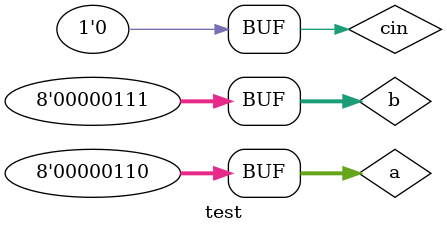
<source format=v>
`timescale 1ns / 1ps


module test;

	// Inputs
	reg [7:0] a;
	reg [7:0] b;
	reg cin;

	// Outputs
	wire [7:0] sum;
	wire cout;

	// Instantiate the Unit Under Test (UUT)
	csa uut (
		.sum(sum), 
		.cout(cout), 
		.a(a), 
		.b(b), 
		.cin(cin)
	);

	initial begin
		// Initialize Inputs
		a = 6;
		b = 6;
		cin = 0;

		// Wait 100 ns for global reset to finish
		#100;
      a = 6;
		b = 7;  
		// Add stimulus here

	end
      
endmodule


</source>
